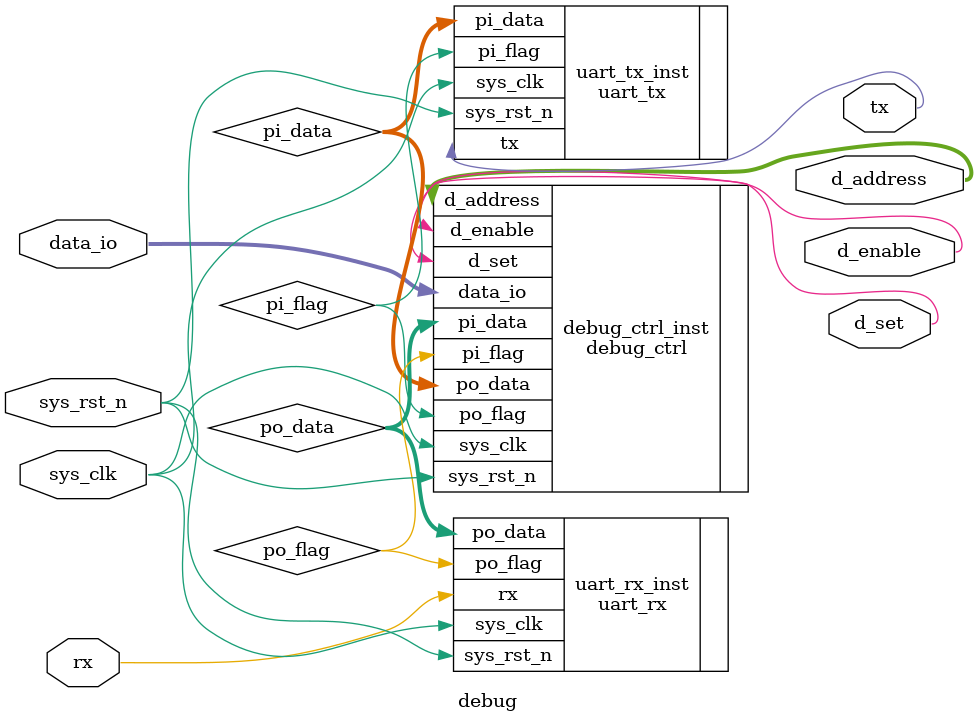
<source format=v>
module debug
(
	input	wire			sys_clk		,
	input	wire			sys_rst_n	,
	inout	wire	[7:0]	data_io     ,
	output	wire	[15:0]	d_address	,
	output	wire			d_set		,
	output	wire			d_enable	,
	
	input	wire			rx			,
	output	wire			tx
);

wire	[7:0]	pi_data		;
wire			pi_flag		;
wire	[7:0]	po_data		;
wire			po_flag     ;

debug_ctrl debug_ctrl_inst
(
	.sys_clk	(sys_clk	),
	.sys_rst_n	(sys_rst_n	),
	.data_io	(data_io    ),
	.d_address	(d_address	),
	.d_set		(d_set		),
	.d_enable	(d_enable	),

	.pi_data	(po_data	),
	.pi_flag	(po_flag	),
	.po_data	(pi_data	),
	.po_flag	(pi_flag    )
);

uart_tx uart_tx_inst
(
	.sys_clk	(sys_clk	),
	.sys_rst_n	(sys_rst_n	),
	.pi_data	(pi_data	),
	.pi_flag	(pi_flag	),
                 
	.tx			(tx			)
);
 
uart_rx uart_rx_inst
(
	.sys_clk	(sys_clk	),
	.sys_rst_n	(sys_rst_n	),
	.rx			(rx			),
                 
	.po_data	(po_data	),
	.po_flag	(po_flag    )
);

endmodule
</source>
